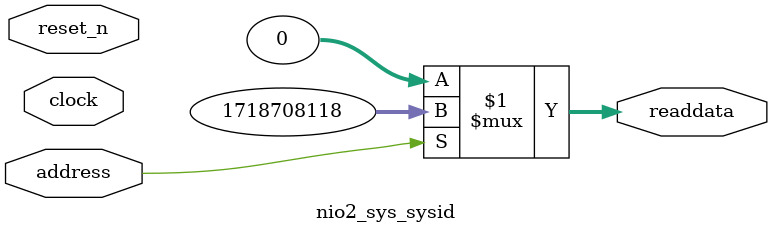
<source format=v>



// synthesis translate_off
`timescale 1ns / 1ps
// synthesis translate_on

// turn off superfluous verilog processor warnings 
// altera message_level Level1 
// altera message_off 10034 10035 10036 10037 10230 10240 10030 

module nio2_sys_sysid (
               // inputs:
                address,
                clock,
                reset_n,

               // outputs:
                readdata
             )
;

  output  [ 31: 0] readdata;
  input            address;
  input            clock;
  input            reset_n;

  wire    [ 31: 0] readdata;
  //control_slave, which is an e_avalon_slave
  assign readdata = address ? 1718708118 : 0;

endmodule



</source>
